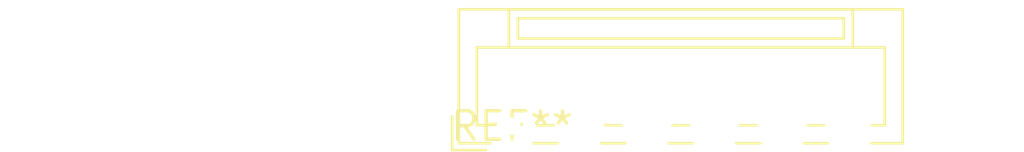
<source format=kicad_pcb>
(kicad_pcb (version 20240108) (generator pcbnew)
  (layers (0 "F.Cu" signal) (31 "B.Cu" signal) (34 "B.Paste" user) (35 "F.Paste" user) (36 "B.SilkS" user "B.Silkscreen") (37 "F.SilkS" user "F.Silkscreen") (38 "B.Mask" user) (39 "F.Mask" user) (44 "Edge.Cuts" user))
  (net 0 "")
  (footprint "JST_ZE_B11B-ZESK-D_1x11_P1.50mm_Vertical" (layer "F.Cu") (at 0 0)
    (property "Reference" "REF**")
    (property "Value" "JST_ZE_B11B-ZESK-D_1x11_P1.50mm_Vertical")
    (fp_line (start -2.66 -0.44) (end -2.66 1.06) (layer "F.SilkS") (stroke (width 0.12)))
    (fp_line (start -2.66 1.06) (end -1.16 1.06) (layer "F.SilkS") (stroke (width 0.12)))
    (fp_line (start -2.36 -5.21) (end 17.36 -5.21) (layer "F.SilkS") (stroke (width 0.12)))
    (fp_line (start -2.36 0.76) (end -2.36 -5.21) (layer "F.SilkS") (stroke (width 0.12)))
    (fp_line (start -1.56 -3.51) (end -1.56 -0.04) (layer "F.SilkS") (stroke (width 0.12)))
    (fp_line (start -1.56 -0.04) (end -1 -0.04) (layer "F.SilkS") (stroke (width 0.12)))
    (fp_line (start -0.96 0.76) (end -2.36 0.76) (layer "F.SilkS") (stroke (width 0.12)))
    (fp_line (start -0.14 -5.21) (end -0.14 -3.51) (layer "F.SilkS") (stroke (width 0.12)))
    (fp_line (start -0.14 -3.51) (end -1.56 -3.51) (layer "F.SilkS") (stroke (width 0.12)))
    (fp_line (start -0.14 -3.51) (end 15.14 -3.51) (layer "F.SilkS") (stroke (width 0.12)))
    (fp_line (start 0.26 -4.81) (end 0.26 -3.91) (layer "F.SilkS") (stroke (width 0.12)))
    (fp_line (start 0.26 -3.91) (end 14.74 -3.91) (layer "F.SilkS") (stroke (width 0.12)))
    (fp_line (start 0.96 0.76) (end 2.04 0.76) (layer "F.SilkS") (stroke (width 0.12)))
    (fp_line (start 1.135 -0.04) (end 1.865 -0.04) (layer "F.SilkS") (stroke (width 0.12)))
    (fp_line (start 3.96 0.76) (end 5.04 0.76) (layer "F.SilkS") (stroke (width 0.12)))
    (fp_line (start 4.135 -0.04) (end 4.865 -0.04) (layer "F.SilkS") (stroke (width 0.12)))
    (fp_line (start 6.96 0.76) (end 8.04 0.76) (layer "F.SilkS") (stroke (width 0.12)))
    (fp_line (start 7.135 -0.04) (end 7.865 -0.04) (layer "F.SilkS") (stroke (width 0.12)))
    (fp_line (start 9.96 0.76) (end 11.04 0.76) (layer "F.SilkS") (stroke (width 0.12)))
    (fp_line (start 10.135 -0.04) (end 10.865 -0.04) (layer "F.SilkS") (stroke (width 0.12)))
    (fp_line (start 12.96 0.76) (end 14.04 0.76) (layer "F.SilkS") (stroke (width 0.12)))
    (fp_line (start 13.135 -0.04) (end 13.865 -0.04) (layer "F.SilkS") (stroke (width 0.12)))
    (fp_line (start 14.74 -4.81) (end 0.26 -4.81) (layer "F.SilkS") (stroke (width 0.12)))
    (fp_line (start 14.74 -3.91) (end 14.74 -4.81) (layer "F.SilkS") (stroke (width 0.12)))
    (fp_line (start 15.14 -5.21) (end -0.14 -5.21) (layer "F.SilkS") (stroke (width 0.12)))
    (fp_line (start 15.14 -3.51) (end 15.14 -5.21) (layer "F.SilkS") (stroke (width 0.12)))
    (fp_line (start 15.14 -3.51) (end 16.56 -3.51) (layer "F.SilkS") (stroke (width 0.12)))
    (fp_line (start 16.56 -3.51) (end 16.56 -0.04) (layer "F.SilkS") (stroke (width 0.12)))
    (fp_line (start 16.56 -0.04) (end 16 -0.04) (layer "F.SilkS") (stroke (width 0.12)))
    (fp_line (start 17.36 -5.21) (end 17.36 0.76) (layer "F.SilkS") (stroke (width 0.12)))
    (fp_line (start 17.36 0.76) (end 15.96 0.76) (layer "F.SilkS") (stroke (width 0.12)))
    (pad "1" thru_hole custom (at 0 0) (size 1.117157 1.117157) (drill 0.75) (layers *.Cu *.Mask) (remove_unused_layers) (options (clearance outline) (anchor circle)) (primitives (gr_poly (pts (xy 0.45 -0.225) (xy 0.45 0.625) (xy -0.45 0.625) (xy -0.45 -0.625) (xy 0.05 -0.625)) (width 0.5) (fill yes))))
    (pad "2" thru_hole oval (at 1.5 -2) (size 1.4 1.75) (drill 0.75) (layers *.Cu *.Mask) (remove_unused_layers))
    (pad "3" thru_hole oval (at 3 0) (size 1.4 1.75) (drill 0.75) (layers *.Cu *.Mask) (remove_unused_layers))
    (pad "4" thru_hole oval (at 4.5 -2) (size 1.4 1.75) (drill 0.75) (layers *.Cu *.Mask) (remove_unused_layers))
    (pad "5" thru_hole oval (at 6 0) (size 1.4 1.75) (drill 0.75) (layers *.Cu *.Mask) (remove_unused_layers))
    (pad "6" thru_hole oval (at 7.5 -2) (size 1.4 1.75) (drill 0.75) (layers *.Cu *.Mask) (remove_unused_layers))
    (pad "7" thru_hole oval (at 9 0) (size 1.4 1.75) (drill 0.75) (layers *.Cu *.Mask) (remove_unused_layers))
    (pad "8" thru_hole oval (at 10.5 -2) (size 1.4 1.75) (drill 0.75) (layers *.Cu *.Mask) (remove_unused_layers))
    (pad "9" thru_hole oval (at 12 0) (size 1.4 1.75) (drill 0.75) (layers *.Cu *.Mask) (remove_unused_layers))
    (pad "10" thru_hole oval (at 13.5 -2) (size 1.4 1.75) (drill 0.75) (layers *.Cu *.Mask) (remove_unused_layers))
    (pad "11" thru_hole oval (at 15 0) (size 1.4 1.75) (drill 0.75) (layers *.Cu *.Mask) (remove_unused_layers))
  )
)
</source>
